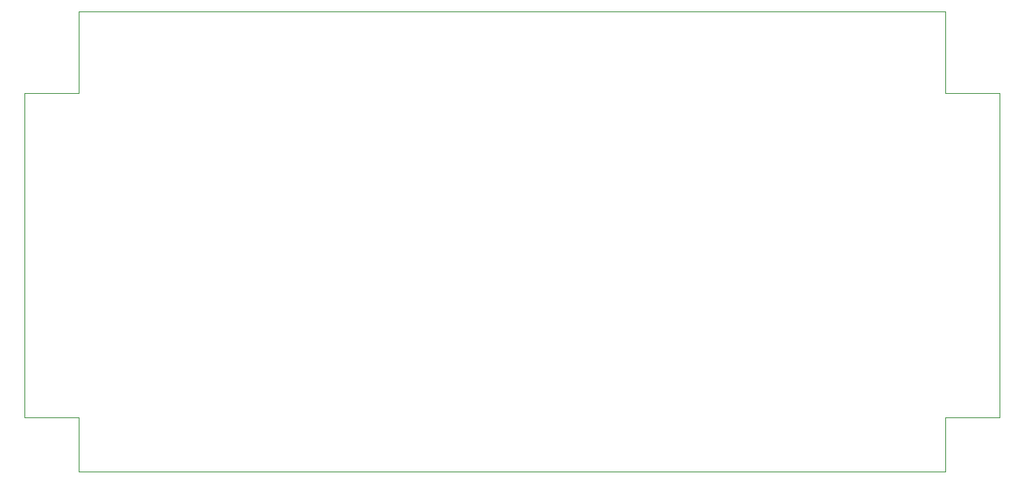
<source format=gbr>
G04 #@! TF.GenerationSoftware,KiCad,Pcbnew,(5.1.0)-1*
G04 #@! TF.CreationDate,2019-07-24T14:01:51+02:00*
G04 #@! TF.ProjectId,AirSensorModule,41697253-656e-4736-9f72-4d6f64756c65,rev?*
G04 #@! TF.SameCoordinates,Original*
G04 #@! TF.FileFunction,Profile,NP*
%FSLAX46Y46*%
G04 Gerber Fmt 4.6, Leading zero omitted, Abs format (unit mm)*
G04 Created by KiCad (PCBNEW (5.1.0)-1) date 2019-07-24 14:01:51*
%MOMM*%
%LPD*%
G04 APERTURE LIST*
%ADD10C,0.050000*%
G04 APERTURE END LIST*
D10*
X127000000Y-82200000D02*
X127000000Y-73200000D01*
X121000000Y-82200000D02*
X127000000Y-82200000D01*
X121000000Y-118200000D02*
X121000000Y-82200000D01*
X127000000Y-118200000D02*
X121000000Y-118200000D01*
X127000000Y-124200000D02*
X127000000Y-118200000D01*
X223000000Y-124200000D02*
X127000000Y-124200000D01*
X223000000Y-118200000D02*
X223000000Y-124200000D01*
X229000000Y-118200000D02*
X223000000Y-118200000D01*
X229000000Y-82200000D02*
X229000000Y-118200000D01*
X223000000Y-82200000D02*
X229000000Y-82200000D01*
X223000000Y-73200000D02*
X223000000Y-82200000D01*
X127000000Y-73200000D02*
X223000000Y-73200000D01*
M02*

</source>
